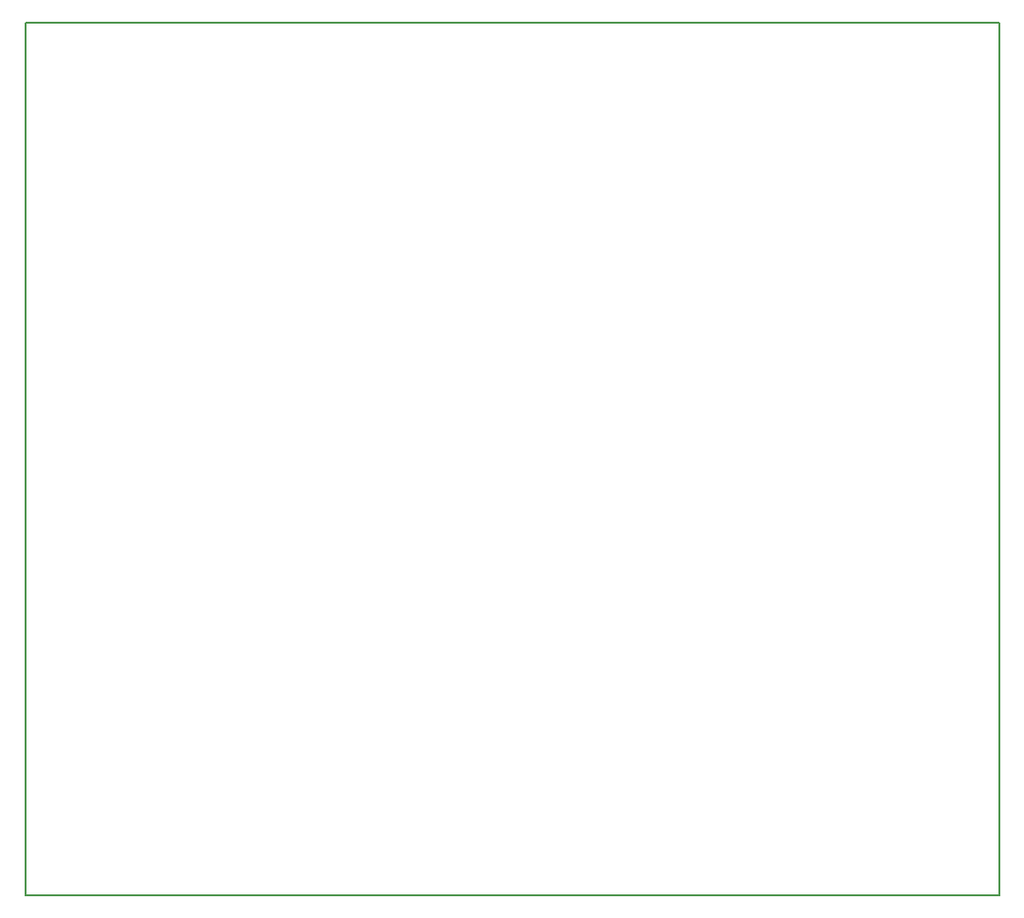
<source format=gbr>
G04 PROTEUS GERBER X2 FILE*
%TF.GenerationSoftware,Labcenter,Proteus,8.9-SP0-Build27865*%
%TF.CreationDate,2020-11-24T08:56:55+00:00*%
%TF.FileFunction,NonPlated,1,2,NPTH*%
%TF.FilePolarity,Positive*%
%TF.Part,Single*%
%TF.SameCoordinates,{ee39a552-392a-4f40-a773-eadb6806b216}*%
%FSLAX45Y45*%
%MOMM*%
G01*
%TA.AperFunction,Profile*%
%ADD20C,0.203200*%
%TD.AperFunction*%
D20*
X-9300000Y-6350000D02*
X-600000Y-6350000D01*
X-600000Y+1450000D01*
X-9300000Y+1450000D01*
X-9300000Y-6350000D01*
M02*

</source>
